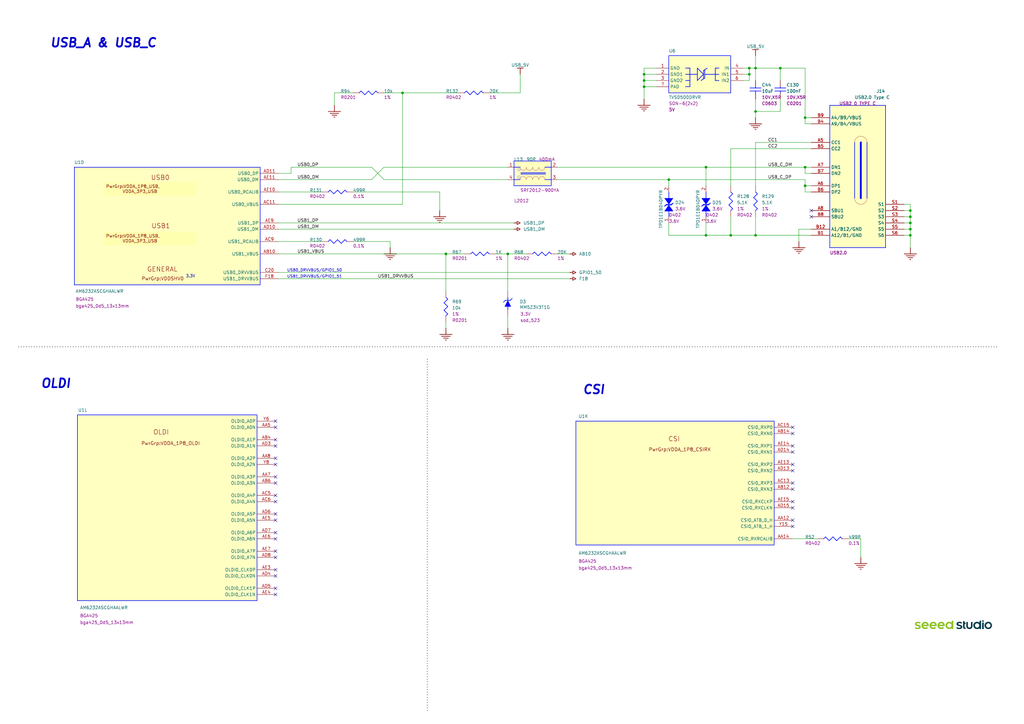
<source format=kicad_sch>
(kicad_sch (version 20250114) (generator "eeschema") (generator_version "9.0")
  (paper "User" 419.989 297.002)
  (text "USB_A & USB_C" (at 20.32 19.812 0) (effects (font (size 3.556 3.556) (thickness 0.7112) (bold yes) (italic yes)) (justify left bottom)))
  (text "OLDI" (at 16.51 159.512 0) (effects (font (size 3.556 3.556) (thickness 0.7112) (bold yes) (italic yes)) (justify left bottom)))
  (text "3.3V" (at 76.2 114.046 0) (effects (font (size 1.143 1.143)) (justify left bottom)))
  (text "CSI" (at 238.76 162.052 0) (effects (font (size 3.556 3.556) (thickness 0.7112) (bold yes) (italic yes)) (justify left bottom)))
  (text_box "USB1_DRVVBUS/GPIO1_51\n" (at 144.018 114.046 0) (size -27.178 -2.286) (margins 0.8572 0.8572 0.8572 0.8572) (stroke (width -0.0001) (color 0 0 0 1)) (effects (font (size 1.143 1.143)) (justify left top)))
  (text_box "USB0_DRVVBUS/GPIO1_50\n" (at 144.018 111.506 0) (size -27.178 -2.286) (margins 0.8572 0.8572 0.8572 0.8572) (stroke (width -0.0001) (color 0 0 0 1)) (effects (font (size 1.143 1.143)) (justify left top)))
  (junction (at 264.16 35.56))
  (junction (at 373.38 86.36))
  (junction (at 299.72 96.52))
  (junction (at 373.38 88.9))
  (junction (at 264.16 30.48))
  (junction (at 289.56 96.52))
  (junction (at 373.38 93.98))
  (junction (at 373.38 91.44))
  (junction (at 307.34 30.48))
  (junction (at 182.88 104.14))
  (junction (at 264.16 33.02))
  (junction (at 309.88 96.52))
  (junction (at 330.2 76.2))
  (junction (at 373.38 96.52))
  (junction (at 320.04 27.94))
  (junction (at 165.1 38.1))
  (junction (at 208.28 104.14))
  (junction (at 309.88 45.72))
  (junction (at 309.88 27.94))
  (junction (at 289.56 68.58))
  (junction (at 330.2 68.58))
  (junction (at 307.34 27.94))
  (junction (at 274.32 73.66))
  (junction (at 330.2 48.26))
  (no_connect (at 325.12 213.36))
  (no_connect (at 325.12 193.04))
  (no_connect (at 325.12 185.42))
  (no_connect (at 325.12 190.5))
  (no_connect (at 113.03 180.34))
  (no_connect (at 325.12 175.26))
  (no_connect (at 113.03 172.72))
  (no_connect (at 113.03 243.84))
  (no_connect (at 332.74 88.9))
  (no_connect (at 113.03 233.68))
  (no_connect (at 113.03 213.36))
  (no_connect (at 325.12 215.9))
  (no_connect (at 325.12 182.88))
  (no_connect (at 325.12 198.12))
  (no_connect (at 325.12 200.66))
  (no_connect (at 113.03 205.74))
  (no_connect (at 113.03 210.82))
  (no_connect (at 113.03 175.26))
  (no_connect (at 332.74 86.36))
  (no_connect (at 113.03 198.12))
  (no_connect (at 113.03 226.06))
  (no_connect (at 113.03 182.88))
  (no_connect (at 113.03 203.2))
  (no_connect (at 325.12 205.74))
  (no_connect (at 113.03 241.3))
  (no_connect (at 113.03 220.98))
  (no_connect (at 113.03 187.96))
  (no_connect (at 113.03 218.44))
  (no_connect (at 325.12 177.8))
  (no_connect (at 113.03 195.58))
  (no_connect (at 113.03 190.5))
  (no_connect (at 113.03 236.22))
  (no_connect (at 113.03 228.6))
  (no_connect (at 325.12 208.28))
  (wire (pts (xy 264.16 35.56) (xy 264.16 40.64)))
  (wire (pts (xy 373.38 86.36) (xy 373.38 83.82)))
  (wire (pts (xy 309.88 58.42) (xy 332.74 58.42)))
  (wire (pts (xy 213.36 38.1) (xy 213.36 30.48)))
  (wire (pts (xy 274.32 76.2) (xy 274.32 73.66)))
  (wire (pts (xy 332.74 71.12) (xy 330.2 71.12)))
  (wire (pts (xy 182.88 119.38) (xy 182.88 104.14)))
  (wire (pts (xy 228.6 73.66) (xy 274.32 73.66)))
  (polyline (pts (xy 7.62 142.24) (xy 408.94 142.24)) (stroke (width 0.254) (type dot) (color 0 0 0 1)))
  (wire (pts (xy 307.34 27.94) (xy 309.88 27.94)))
  (wire (pts (xy 132.08 78.74) (xy 114.3 78.74)))
  (wire (pts (xy 353.06 220.98) (xy 347.98 220.98)))
  (wire (pts (xy 307.34 33.02) (xy 307.34 30.48)))
  (wire (pts (xy 208.28 68.58) (xy 157.48 68.58)))
  (wire (pts (xy 274.32 73.66) (xy 330.2 73.66)))
  (wire (pts (xy 309.88 45.72) (xy 309.88 40.64)))
  (wire (pts (xy 203.2 104.14) (xy 208.28 104.14)))
  (wire (pts (xy 320.04 27.94) (xy 330.2 27.94)))
  (wire (pts (xy 157.48 68.58) (xy 152.4 73.66)))
  (wire (pts (xy 373.38 88.9) (xy 373.38 86.36)))
  (wire (pts (xy 373.38 101.6) (xy 373.38 96.52)))
  (wire (pts (xy 330.2 68.58) (xy 332.74 68.58)))
  (wire (pts (xy 373.38 96.52) (xy 370.84 96.52)))
  (wire (pts (xy 180.34 78.74) (xy 180.34 86.36)))
  (wire (pts (xy 299.72 76.2) (xy 299.72 60.96)))
  (wire (pts (xy 299.72 96.52) (xy 289.56 96.52)))
  (wire (pts (xy 114.3 114.3) (xy 233.68 114.3)))
  (wire (pts (xy 330.2 50.8) (xy 332.74 50.8)))
  (wire (pts (xy 332.74 48.26) (xy 330.2 48.26)))
  (wire (pts (xy 132.08 99.06) (xy 114.3 99.06)))
  (wire (pts (xy 307.34 30.48) (xy 307.34 27.94)))
  (wire (pts (xy 373.38 88.9) (xy 370.84 88.9)))
  (wire (pts (xy 152.4 73.66) (xy 114.3 73.66)))
  (wire (pts (xy 332.74 93.98) (xy 327.66 93.98)))
  (wire (pts (xy 289.56 96.52) (xy 274.32 96.52)))
  (wire (pts (xy 353.06 228.6) (xy 353.06 220.98)))
  (wire (pts (xy 330.2 27.94) (xy 330.2 48.26)))
  (wire (pts (xy 309.88 45.72) (xy 320.04 45.72)))
  (wire (pts (xy 320.04 45.72) (xy 320.04 40.64)))
  (wire (pts (xy 210.82 93.98) (xy 114.3 93.98)))
  (wire (pts (xy 152.4 68.58) (xy 119.38 68.58)))
  (wire (pts (xy 208.28 104.14) (xy 215.9 104.14)))
  (wire (pts (xy 373.38 91.44) (xy 373.38 88.9)))
  (wire (pts (xy 304.8 33.02) (xy 307.34 33.02)))
  (wire (pts (xy 299.72 60.96) (xy 332.74 60.96)))
  (wire (pts (xy 309.88 27.94) (xy 309.88 22.86)))
  (wire (pts (xy 208.28 129.54) (xy 208.28 134.62)))
  (wire (pts (xy 182.88 134.62) (xy 182.88 132.08)))
  (wire (pts (xy 330.2 48.26) (xy 330.2 50.8)))
  (wire (pts (xy 327.66 93.98) (xy 327.66 99.06)))
  (wire (pts (xy 264.16 27.94) (xy 264.16 30.48)))
  (wire (pts (xy 165.1 83.82) (xy 114.3 83.82)))
  (wire (pts (xy 114.3 91.44) (xy 210.82 91.44)))
  (wire (pts (xy 373.38 91.44) (xy 370.84 91.44)))
  (wire (pts (xy 269.24 35.56) (xy 264.16 35.56)))
  (wire (pts (xy 157.48 38.1) (xy 165.1 38.1)))
  (wire (pts (xy 119.38 71.12) (xy 114.3 71.12)))
  (wire (pts (xy 289.56 76.2) (xy 289.56 68.58)))
  (wire (pts (xy 332.74 76.2) (xy 330.2 76.2)))
  (wire (pts (xy 137.16 38.1) (xy 137.16 43.18)))
  (wire (pts (xy 119.38 68.58) (xy 119.38 71.12)))
  (wire (pts (xy 309.88 27.94) (xy 320.04 27.94)))
  (wire (pts (xy 320.04 33.02) (xy 320.04 27.94)))
  (wire (pts (xy 264.16 30.48) (xy 264.16 33.02)))
  (wire (pts (xy 330.2 78.74) (xy 332.74 78.74)))
  (wire (pts (xy 228.6 104.14) (xy 233.68 104.14)))
  (wire (pts (xy 157.48 73.66) (xy 152.4 68.58)))
  (wire (pts (xy 309.88 48.26) (xy 309.88 45.72)))
  (wire (pts (xy 304.8 27.94) (xy 307.34 27.94)))
  (wire (pts (xy 373.38 86.36) (xy 370.84 86.36)))
  (wire (pts (xy 160.02 99.06) (xy 160.02 101.6)))
  (wire (pts (xy 335.28 220.98) (xy 325.12 220.98)))
  (wire (pts (xy 289.56 68.58) (xy 330.2 68.58)))
  (wire (pts (xy 114.3 104.14) (xy 182.88 104.14)))
  (wire (pts (xy 144.78 38.1) (xy 137.16 38.1)))
  (wire (pts (xy 200.66 38.1) (xy 213.36 38.1)))
  (wire (pts (xy 309.88 96.52) (xy 309.88 88.9)))
  (polyline (pts (xy 175.26 147.32) (xy 175.26 292.1)) (stroke (width 0.254) (type dot) (color 0 0 0 1)))
  (wire (pts (xy 269.24 27.94) (xy 264.16 27.94)))
  (wire (pts (xy 309.88 76.2) (xy 309.88 58.42)))
  (wire (pts (xy 373.38 96.52) (xy 373.38 93.98)))
  (wire (pts (xy 304.8 30.48) (xy 307.34 30.48)))
  (wire (pts (xy 373.38 93.98) (xy 373.38 91.44)))
  (wire (pts (xy 373.38 93.98) (xy 370.84 93.98)))
  (wire (pts (xy 144.78 99.06) (xy 160.02 99.06)))
  (wire (pts (xy 208.28 73.66) (xy 157.48 73.66)))
  (wire (pts (xy 309.88 96.52) (xy 299.72 96.52)))
  (wire (pts (xy 289.56 96.52) (xy 289.56 91.44)))
  (wire (pts (xy 208.28 119.38) (xy 208.28 104.14)))
  (wire (pts (xy 228.6 68.58) (xy 289.56 68.58)))
  (wire (pts (xy 330.2 71.12) (xy 330.2 68.58)))
  (wire (pts (xy 182.88 104.14) (xy 190.5 104.14)))
  (wire (pts (xy 309.88 33.02) (xy 309.88 27.94)))
  (wire (pts (xy 269.24 30.48) (xy 264.16 30.48)))
  (wire (pts (xy 330.2 73.66) (xy 330.2 76.2)))
  (wire (pts (xy 373.38 83.82) (xy 370.84 83.82)))
  (wire (pts (xy 264.16 33.02) (xy 264.16 35.56)))
  (wire (pts (xy 165.1 38.1) (xy 165.1 83.82)))
  (wire (pts (xy 274.32 96.52) (xy 274.32 91.44)))
  (wire (pts (xy 114.3 111.76) (xy 233.68 111.76)))
  (wire (pts (xy 332.74 96.52) (xy 309.88 96.52)))
  (wire (pts (xy 299.72 96.52) (xy 299.72 88.9)))
  (wire (pts (xy 165.1 38.1) (xy 187.96 38.1)))
  (wire (pts (xy 330.2 76.2) (xy 330.2 78.74)))
  (wire (pts (xy 269.24 33.02) (xy 264.16 33.02)))
  (wire (pts (xy 144.78 78.74) (xy 180.34 78.74)))
  (image (at 390.9945 256.413) (scale 0.481127))
  (label "CC2" (at 314.96 60.96 0))
  (label "USB1_DP" (at 121.92 91.44 0))
  (label "CC1" (at 314.96 58.42 0))
  (label "USB1_DRVVBUS" (at 154.94 114.3 0))
  (label "USB0_DP" (at 121.92 68.58 0))
  (label "USB1_VBUS" (at 121.92 104.14 0))
  (label "USB_C_DP" (at 314.96 73.66 0))
  (label "USB0_DM" (at 121.92 73.66 0))
  (label "USB1_DM" (at 121.92 93.98 0))
  (label "USB_C_DM" (at 314.96 68.58 0))
  (symbol (lib_id "pocketbeagle2-kicad-altium-import:root_0_mirrored_USB2.0_Type C_16+6P#1") (at 363.22 43.18 0) (unit 1)
    (property "Reference" "J14" (at 359.41 38.1 0) (effects (justify left bottom)))
    (property "Value" "USB2.0 Type C" (at 350.52 40.64 0) (effects (justify left bottom)))
    (property "Footprint" "USB2_0_TYPE_C" (effects (hide yes)))
    (property "Description" "SMD USB TYPE C-W/P;12+4P-8.94*7.35*3.26mm" (effects (hide yes)))
    (property "PCB FOOTPRINT" "USB2_0_TYPE_C" (at 344.17 43.18 0) (effects (justify left bottom)))
    (property "RATING" "USB2.0" (at 340.36 104.394 0) (effects (justify left bottom)))
    (property "MANUFACTURER PART NUMBER" "USB-31C-F-16P-L7.35" (effects (hide yes)))
    (property "TEMPERATURE" "-30¡ãC to 85¡ãC" (effects (hide yes)))
    (property "PN" "320011358" (effects (hide yes)))
    (property "PACKAGE SIZE" "8.94 x 7.55 mm" (effects (hide yes)))
    (property "CONTACT VOLTAGE" "30 V" (effects (hide yes)))
    (property "CLASS" "IO" (effects (hide yes)))
    (property "MANUFACTURER" "JinBeiLi Electrical" (effects (hide yes)))
    (property "STATUS" "Alternative" (effects (hide yes)))
  )
  (symbol (lib_id "pocketbeagle2-kicad-altium-import:root_0_R_0") (at 307.34 78.74 0) (unit 1)
    (property "Reference" "R129" (at 312.42 81.28 0) (effects (justify left bottom)))
    (property "Value" "5.1K" (at 312.42 83.82 0) (effects (justify left bottom)))
    (property "Footprint" "R0402" (effects (hide yes)))
    (property "Description" "SMD RES;5.1K-1%-1/16W;0402" (effects (hide yes)))
    (property "RATING" "1%" (at 312.42 86.36 0) (effects (justify left bottom)))
    (property "PCB FOOTPRINT" "R0402" (at 312.42 88.9 0) (effects (justify left bottom)))
    (property "MANUFACTURER PART NUMBER" "RC0402FR-075K1L" (effects (hide yes)))
    (property "TEMPERATURE" "-55¡ãC to 155¡ãC" (effects (hide yes)))
    (property "PN" "301010495" (effects (hide yes)))
    (property "PACKAGE SIZE" "0402" (effects (hide yes)))
    (property "COMPANY PART STATUS" "Geni" (effects (hide yes)))
    (property "RATED POWER" "1/16W" (effects (hide yes)))
    (property "CLASS" "DISCRETE" (effects (hide yes)))
    (property "MANUFACTURER" "YAGEO" (effects (hide yes)))
    (property "STATUS" "Geni" (effects (hide yes)))
  )
  (symbol (lib_id "pocketbeagle2-kicad-altium-import:root_0_R_0") (at 180.34 121.92 0) (unit 1)
    (property "Reference" "R69" (at 185.42 124.46 0) (effects (justify left bottom)))
    (property "Value" "10k" (at 185.42 127 0) (effects (justify left bottom)))
    (property "Footprint" "R0201" (effects (hide yes)))
    (property "Description" "SMD RES 10K-¡À1%-1/20W;0201" (effects (hide yes)))
    (property "RATING" "1%" (at 185.42 129.54 0) (effects (justify left bottom)))
    (property "PCB FOOTPRINT" "R0201" (at 185.42 132.08 0) (effects (justify left bottom)))
    (property "PN" "301010526" (effects (hide yes)))
    (property "TEMPERATURE" "-55¡ãC to 125¡ãC" (effects (hide yes)))
    (property "PACKAGE SIZE" "0201" (effects (hide yes)))
    (property "MANUFACTURER" "YAGEO" (effects (hide yes)))
    (property "MANUFACTURER PART NUMBER" "RC0201FR-0710KL" (effects (hide yes)))
    (property "STATUS" "BeagleBone AI TDA4VM" (effects (hide yes)))
  )
  (symbol (lib_id "pocketbeagle2-kicad-altium-import:root_0_CL") (at 210.82 66.04 0) (unit 1)
    (property "Reference" "L13" (at 210.82 66.04 0) (effects (justify left bottom)))
    (property "Value" "90R" (at 215.9 66.04 0) (effects (justify left bottom)))
    (property "Footprint" "L2012" (effects (hide yes)))
    (property "Description" "SMD Common Mode Filter 90R-400mA;4P-L2.0*W1.2*H1.4m" (effects (hide yes)))
    (property "RATING" "400mA" (at 220.98 66.04 0) (effects (justify left bottom)))
    (property "PCB FOOTPRINT" "L2012" (at 210.82 83.058 0) (effects (justify left bottom)))
    (property "MANUFACTURER PART NUMBER" "SRF2012-900YA" (at 213.36 78.74 0) (effects (justify left bottom)))
    (property "PRIORITY" "A" (effects (hide yes)))
    (property "TEMPERATURE" "-40¡ãC to 125¡ãC" (effects (hide yes)))
    (property "STATUS" "BeagleBone Carrier Board" (effects (hide yes)))
    (property "PART TYPE" "Common Mode Filter" (effects (hide yes)))
    (property "MANUFACTURER" "Bourns" (effects (hide yes)))
    (property "PN" "303050063" (effects (hide yes)))
    (property "PACKAGE SIZE" "2.0x1.2 mm" (effects (hide yes)))
    (property "COMPANY PART STATUS" "BeagleBone Carrier Board" (effects (hide yes)))
    (property "CLASS" "DISCRETE" (effects (hide yes)))
  )
  (symbol (lib_id "pocketbeagle2-kicad-altium-import:root_0_R_1") (at 193.04 101.6 0) (unit 1)
    (property "Reference" "R67" (at 185.42 104.14 0) (effects (justify left bottom)))
    (property "Value" "1K" (at 203.2 104.14 0) (effects (justify left bottom)))
    (property "Footprint" "R0201" (effects (hide yes)))
    (property "Description" "SMD RES 1K-¡À1%-1/20W;0201" (effects (hide yes)))
    (property "RATING" "1%" (at 203.2 106.68 0) (effects (justify left bottom)))
    (property "PCB FOOTPRINT" "R0201" (at 185.42 106.68 0) (effects (justify left bottom)))
    (property "MANUFACTURER PART NUMBER" "RC0201FR-071KL" (effects (hide yes)))
    (property "TEMPERATURE" "-55¡ãC to 125¡ãC" (effects (hide yes)))
    (property "PN" "301010523" (effects (hide yes)))
    (property "PACKAGE SIZE" "0201" (effects (hide yes)))
    (property "COMPANY PART STATUS" "RV PI" (effects (hide yes)))
    (property "CLASS" "DISCRETE" (effects (hide yes)))
    (property "MANUFACTURER" "YAGEO" (effects (hide yes)))
    (property "RATED POWER" "1/20W" (effects (hide yes)))
    (property "STATUS" "ST" (effects (hide yes)))
  )
  (symbol (lib_id "pocketbeagle2-kicad-altium-import:root_0_mirrored_AM62x_BGA425") (at 317.5 172.72 0) (unit 11)
    (property "Reference" "U1" (at 237.236 171.45 0) (effects (justify left bottom)))
    (property "Value" "AM6232ASCGHAALWR" (at 237.236 227.584 0) (effects (justify left bottom)))
    (property "Footprint" "bga425_0d5_13x13mm" (effects (hide yes)))
    (property "Description" "SMD IC MPU;AM6232 Sitara Processor;BGA425" (effects (hide yes)))
    (property "PCB FOOTPRINT" "bga425_0d5_13x13mm" (at 237.236 233.68 0) (effects (justify left bottom)))
    (property "STATUS" "BeaglePlay" (effects (hide yes)))
    (property "MANUFACTURER" "TI" (effects (hide yes)))
    (property "CLASS" "IC" (effects (hide yes)))
    (property "COMPANY PART STATUS" "BeaglePlay" (effects (hide yes)))
    (property "PACKAGE SIZE" "BGA425" (at 237.236 230.886 0) (effects (justify left bottom)))
    (property "PN" "310011877" (effects (hide yes)))
    (property "TEMPERATURE" "-40¡ãC to 105¡ãC" (effects (hide yes)))
    (property "MANUFACTURER PART NUMBER" "AM6232ASCGHAALWR" (effects (hide yes)))
  )
  (symbol (lib_id "pocketbeagle2-kicad-altium-import:root_0_mirrored_TVS0500DRVR") (at 299.72 22.86 0) (unit 1)
    (property "Reference" "U6" (at 274.32 21.59 0) (effects (justify left bottom)))
    (property "Value" "TVS0500DRVR" (at 274.32 40.64 0) (effects (justify left bottom)))
    (property "Footprint" "WSON6_0d65_2x2x0_8mm" (effects (hide yes)))
    (property "Description" "SMD Diode TVS 5V;SON-6(2x2mm)" (effects (hide yes)))
    (property "PCB FOOTPRINT" "WSON6_0d65_2x2x0_8mm" (effects (hide yes)))
    (property "MANUFACTURER" "TI" (effects (hide yes)))
    (property "CLASS" "DISCRETE" (effects (hide yes)))
    (property "RATED VOLTAGE" "5V" (at 274.32 45.72 0) (effects (justify left bottom)))
    (property "COMPANY PART STATUS" "BeaglePlay" (effects (hide yes)))
    (property "PACKAGE SIZE" "SON-6(2x2)" (at 274.32 43.18 0) (effects (justify left bottom)))
    (property "PN" "304051039" (effects (hide yes)))
    (property "TEMPERATURE" "-40¡ãC to 125¡ãC" (effects (hide yes)))
    (property "RATING" "5V" (at 274.32 45.72 0) (effects (justify left bottom)))
    (property "MANUFACTURER PART NUMBER" "TVS0500DRVR" (effects (hide yes)))
    (property "STATUS" "BeaglePlay" (effects (hide yes)))
  )
  (symbol (lib_id "pocketbeagle2-kicad-altium-import:root_0_mirrored_AM62x_BGA425") (at 105.41 170.18 0) (unit 12)
    (property "Reference" "U1" (at 32.004 168.91 0) (effects (justify left bottom)))
    (property "Value" "AM6232ASCGHAALWR" (at 32.766 249.936 0) (effects (justify left bottom)))
    (property "Footprint" "bga425_0d5_13x13mm" (effects (hide yes)))
    (property "Description" "SMD IC MPU;AM6232 Sitara Processor;BGA425" (effects (hide yes)))
    (property "PCB FOOTPRINT" "bga425_0d5_13x13mm" (at 32.766 256.032 0) (effects (justify left bottom)))
    (property "STATUS" "BeaglePlay" (effects (hide yes)))
    (property "MANUFACTURER" "TI" (effects (hide yes)))
    (property "CLASS" "IC" (effects (hide yes)))
    (property "COMPANY PART STATUS" "BeaglePlay" (effects (hide yes)))
    (property "PACKAGE SIZE" "BGA425" (at 32.766 253.238 0) (effects (justify left bottom)))
    (property "PN" "310011877" (effects (hide yes)))
    (property "TEMPERATURE" "-40¡ãC to 105¡ãC" (effects (hide yes)))
    (property "MANUFACTURER PART NUMBER" "AM6232ASCGHAALWR" (effects (hide yes)))
  )
  (symbol (lib_id "pocketbeagle2-kicad-altium-import:AB10_ARROW") (at 233.68 104.14 90) (unit 1)
    (property "Reference" "#PWR?" (effects (hide yes)))
    (property "Value" "AB10" (at 237.49 104.14 90) (effects (justify right)))
  )
  (symbol (lib_id "pocketbeagle2-kicad-altium-import:root_0_R_1") (at 337.82 218.44 0) (unit 1)
    (property "Reference" "R52" (at 330.2 220.98 0) (effects (justify left bottom)))
    (property "Value" "499R" (at 347.98 220.98 0) (effects (justify left bottom)))
    (property "Footprint" "R0402" (effects (hide yes)))
    (property "Description" "SMD RES 499R-0.1%-1/16W;0402" (effects (hide yes)))
    (property "RATING" "0.1%" (at 347.98 223.52 0) (effects (justify left bottom)))
    (property "PCB FOOTPRINT" "R0402" (at 330.2 223.52 0) (effects (justify left bottom)))
    (property "MANUFACTURER PART NUMBER" "RT0402BRE07499RL" (effects (hide yes)))
    (property "TEMPERATURE" "-55¡ãC to 155¡ãC" (effects (hide yes)))
    (property "MANUFACTURER" "YAGEO" (effects (hide yes)))
    (property "CLASS" "DISCRETE" (effects (hide yes)))
    (property "RATED POWER" "1/16W" (effects (hide yes)))
    (property "COMPANY PART STATUS" "Beaglebone LoRa Gateway" (effects (hide yes)))
    (property "PACKAGE SIZE" "0402" (effects (hide yes)))
    (property "PN" "301010848" (effects (hide yes)))
    (property "STATUS" "Beaglebone LoRa Gateway" (effects (hide yes)))
  )
  (symbol (lib_id "pocketbeagle2-kicad-altium-import:F18_ARROW") (at 233.68 114.3 90) (unit 1)
    (property "Reference" "#PWR?" (effects (hide yes)))
    (property "Value" "F18" (at 237.49 114.3 90) (effects (justify right)))
  )
  (symbol (lib_id "pocketbeagle2-kicad-altium-import:GND_POWER_GROUND") (at 208.28 134.62 0) (unit 1)
    (property "Reference" "#PWR?" (effects (hide yes)))
    (property "Value" "GND" (effects (hide yes)))
  )
  (symbol (lib_id "pocketbeagle2-kicad-altium-import:root_0_R_1") (at 134.62 76.2 0) (unit 1)
    (property "Reference" "R131" (at 127 78.74 0) (effects (justify left bottom)))
    (property "Value" "499R" (at 144.78 78.74 0) (effects (justify left bottom)))
    (property "Footprint" "R0402" (effects (hide yes)))
    (property "Description" "SMD RES 499R-0.1%-1/16W;0402" (effects (hide yes)))
    (property "RATING" "0.1%" (at 144.78 81.28 0) (effects (justify left bottom)))
    (property "PCB FOOTPRINT" "R0402" (at 127 81.28 0) (effects (justify left bottom)))
    (property "MANUFACTURER PART NUMBER" "RT0402BRE07499RL" (effects (hide yes)))
    (property "TEMPERATURE" "-55¡ãC to 155¡ãC" (effects (hide yes)))
    (property "MANUFACTURER" "YAGEO" (effects (hide yes)))
    (property "CLASS" "DISCRETE" (effects (hide yes)))
    (property "RATED POWER" "1/16W" (effects (hide yes)))
    (property "COMPANY PART STATUS" "Beaglebone LoRa Gateway" (effects (hide yes)))
    (property "PACKAGE SIZE" "0402" (effects (hide yes)))
    (property "PN" "301010848" (effects (hide yes)))
    (property "STATUS" "Beaglebone LoRa Gateway" (effects (hide yes)))
  )
  (symbol (lib_id "pocketbeagle2-kicad-altium-import:GND_POWER_GROUND") (at 182.88 134.62 0) (unit 1)
    (property "Reference" "#PWR?" (effects (hide yes)))
    (property "Value" "GND" (effects (hide yes)))
  )
  (symbol (lib_id "pocketbeagle2-kicad-altium-import:USB_5V_BAR") (at 309.88 22.86 180) (unit 1)
    (property "Reference" "#PWR?" (effects (hide yes)))
    (property "Value" "USB_5V" (at 309.88 19.05 0))
  )
  (symbol (lib_id "pocketbeagle2-kicad-altium-import:USB_5V_BAR") (at 213.36 30.48 180) (unit 1)
    (property "Reference" "#PWR?" (effects (hide yes)))
    (property "Value" "USB_5V" (at 213.36 26.67 0))
  )
  (symbol (lib_id "pocketbeagle2-kicad-altium-import:root_0_R_1") (at 190.5 35.56 0) (unit 1)
    (property "Reference" "R132" (at 182.88 38.1 0) (effects (justify left bottom)))
    (property "Value" "20K" (at 200.66 38.1 0) (effects (justify left bottom)))
    (property "Footprint" "R0402" (effects (hide yes)))
    (property "Description" "SMD RES 20K-1%-1/16W;0402" (effects (hide yes)))
    (property "RATING" "1%" (at 200.66 40.64 0) (effects (justify left bottom)))
    (property "PCB FOOTPRINT" "R0402" (at 182.88 40.64 0) (effects (justify left bottom)))
    (property "MANUFACTURER PART NUMBER" "RC0402FR-0720KL" (effects (hide yes)))
    (property "TEMPERATURE" "-55¡ãC to 155¡ãC" (effects (hide yes)))
    (property "PN" "301010072" (effects (hide yes)))
    (property "PACKAGE SIZE" "0402" (effects (hide yes)))
    (property "COMPANY PART STATUS" "Grove Base Cape for PocketBeagle" (effects (hide yes)))
    (property "RATED POWER" "1/16W" (effects (hide yes)))
    (property "CLASS" "DISCRETE" (effects (hide yes)))
    (property "MANUFACTURER" "YAGEO" (effects (hide yes)))
    (property "STATUS" "Grove Base Cape for PocketBeagle" (effects (hide yes)))
  )
  (symbol (lib_id "pocketbeagle2-kicad-altium-import:GND_POWER_GROUND") (at 264.16 40.64 0) (unit 1)
    (property "Reference" "#PWR?" (effects (hide yes)))
    (property "Value" "GND" (effects (hide yes)))
  )
  (symbol (lib_id "pocketbeagle2-kicad-altium-import:root_0_DIODE TVS BI-DIR") (at 287.02 78.74 0) (unit 1)
    (property "Reference" "D25" (at 292.1 83.82 0) (effects (justify left bottom)))
    (property "Value" "TPD1E1B04DPYR" (at 287.02 93.726 90) (effects (justify left bottom)))
    (property "Footprint" "D0402" (effects (hide yes)))
    (property "Description" "SMD TVS DIODE 3.6V-6.4V-1pF;X1SON(2)" (effects (hide yes)))
    (property "RATING" "3.6V" (at 292.1 86.36 0) (effects (justify left bottom)))
    (property "PCB FOOTPRINT" "D0402" (effects (hide yes)))
    (property "PN" "304050798" (effects (hide yes)))
    (property "MANUFACTURER" "TI" (effects (hide yes)))
    (property "MANUFACTURER PART NUMBER" "TPD1E1B04DPYR" (effects (hide yes)))
    (property "PART TYPE" "ESD" (effects (hide yes)))
    (property "STATUS" "Grove Base Cape for PocketBeagle" (effects (hide yes)))
    (property "TEMPERATURE" "-40¡ãC to 125¡ãC" (effects (hide yes)))
    (property "PACKAGE SIZE" "0402" (at 289.56 88.9 0) (effects (justify left bottom)))
    (property "COMPANY PART STATUS" "Grove Base Cape for PocketBeagle" (effects (hide yes)))
    (property "RATED VOLTAGE" "3.6V" (at 289.56 91.44 0) (effects (justify left bottom)))
    (property "CLASS" "DISCRETE" (effects (hide yes)))
  )
  (symbol (lib_id "pocketbeagle2-kicad-altium-import:USB1_DM_ARROW") (at 210.82 93.98 90) (unit 1)
    (property "Reference" "#PWR?" (effects (hide yes)))
    (property "Value" "USB1_DM" (at 214.63 93.98 90) (effects (justify right)))
  )
  (symbol (lib_id "pocketbeagle2-kicad-altium-import:GND_POWER_GROUND") (at 180.34 86.36 0) (unit 1)
    (property "Reference" "#PWR?" (effects (hide yes)))
    (property "Value" "GND" (effects (hide yes)))
  )
  (symbol (lib_id "pocketbeagle2-kicad-altium-import:root_0_CC_0") (at 317.5 35.56 0) (unit 1)
    (property "Reference" "C130" (at 322.58 35.56 0) (effects (justify left bottom)))
    (property "Value" "100nF" (at 322.58 38.1 0) (effects (justify left bottom)))
    (property "Footprint" "C0201" (effects (hide yes)))
    (property "Description" "SMD CAP Ceramic 100nF-10V-10%-X5R;0201" (effects (hide yes)))
    (property "RATING" "10V,X5R" (at 322.58 40.64 0) (effects (justify left bottom)))
    (property "PCB FOOTPRINT" "C0201" (at 322.58 43.18 0) (effects (justify left bottom)))
    (property "MANUFACTURER PART NUMBER" "CC0201KRX5R6BB104" (effects (hide yes)))
    (property "TEMPERATURE" "-55¡ãC to 85¡ãC" (effects (hide yes)))
    (property "PN" "302010271" (effects (hide yes)))
    (property "PACKAGE SIZE" "0201" (effects (hide yes)))
    (property "COMPANY PART STATUS" "ODYSSEY-i.MX8M" (effects (hide yes)))
    (property "DIELECTRIC TYPE" "Ceramic" (effects (hide yes)))
    (property "TEMPERATURE COEFFICIENT" "X5R" (effects (hide yes)))
    (property "TOLERANCE" "10%" (effects (hide yes)))
    (property "CLASS" "DISCRETE" (effects (hide yes)))
    (property "MANUFACTURER" "YAGEO" (effects (hide yes)))
    (property "STATUS" "ODYSSEY-i.MX8M" (effects (hide yes)))
  )
  (symbol (lib_id "pocketbeagle2-kicad-altium-import:USB1_DP_ARROW") (at 210.82 91.44 90) (unit 1)
    (property "Reference" "#PWR?" (effects (hide yes)))
    (property "Value" "USB1_DP" (at 214.63 91.44 90) (effects (justify right)))
  )
  (symbol (lib_id "pocketbeagle2-kicad-altium-import:root_0_D_zener_1") (at 205.74 121.92 0) (unit 1)
    (property "Reference" "D3" (at 213.106 124.46 0) (effects (justify left bottom)))
    (property "Value" "MM5Z3V3T1G" (at 213.106 126.746 0) (effects (justify left bottom)))
    (property "Footprint" "sod_523" (effects (hide yes)))
    (property "Description" "SMD Diode Zener 3.3V 500MW;SOD523" (effects (hide yes)))
    (property "RATING" "3.3V" (at 213.36 129.54 0) (effects (justify left bottom)))
    (property "PCB FOOTPRINT" "sod_523" (at 213.36 132.08 0) (effects (justify left bottom)))
    (property "PN" "304030448" (effects (hide yes)))
    (property "TEMPERATURE" "-65¡ãC to 150¡ãC" (effects (hide yes)))
    (property "PACKAGE SIZE" "SOD-523" (effects (hide yes)))
    (property "MANUFACTURER" "ON" (effects (hide yes)))
    (property "MANUFACTURER PART NUMBER" "MM5Z3V3T1G" (effects (hide yes)))
    (property "STATUS" "R2" (effects (hide yes)))
  )
  (symbol (lib_id "pocketbeagle2-kicad-altium-import:root_0_DIODE TVS BI-DIR") (at 271.78 78.74 0) (unit 1)
    (property "Reference" "D24" (at 276.86 83.82 0) (effects (justify left bottom)))
    (property "Value" "TPD1E1B04DPYR" (at 271.78 93.726 90) (effects (justify left bottom)))
    (property "Footprint" "D0402" (effects (hide yes)))
    (property "Description" "SMD TVS DIODE 3.6V-6.4V-1pF;X1SON(2)" (effects (hide yes)))
    (property "RATING" "3.6V" (at 276.86 86.36 0) (effects (justify left bottom)))
    (property "PCB FOOTPRINT" "D0402" (effects (hide yes)))
    (property "PN" "304050798" (effects (hide yes)))
    (property "MANUFACTURER" "TI" (effects (hide yes)))
    (property "MANUFACTURER PART NUMBER" "TPD1E1B04DPYR" (effects (hide yes)))
    (property "PART TYPE" "ESD" (effects (hide yes)))
    (property "STATUS" "Grove Base Cape for PocketBeagle" (effects (hide yes)))
    (property "TEMPERATURE" "-40¡ãC to 125¡ãC" (effects (hide yes)))
    (property "PACKAGE SIZE" "0402" (at 274.32 88.9 0) (effects (justify left bottom)))
    (property "COMPANY PART STATUS" "Grove Base Cape for PocketBeagle" (effects (hide yes)))
    (property "RATED VOLTAGE" "3.6V" (at 274.32 91.44 0) (effects (justify left bottom)))
    (property "CLASS" "DISCRETE" (effects (hide yes)))
  )
  (symbol (lib_id "pocketbeagle2-kicad-altium-import:GND_POWER_GROUND") (at 353.06 228.6 0) (unit 1)
    (property "Reference" "#PWR?" (effects (hide yes)))
    (property "Value" "GND" (effects (hide yes)))
  )
  (symbol (lib_id "pocketbeagle2-kicad-altium-import:GND_POWER_GROUND") (at 160.02 101.6 0) (unit 1)
    (property "Reference" "#PWR?" (effects (hide yes)))
    (property "Value" "GND" (effects (hide yes)))
  )
  (symbol (lib_id "pocketbeagle2-kicad-altium-import:GND_POWER_GROUND") (at 137.16 43.18 0) (unit 1)
    (property "Reference" "#PWR?" (effects (hide yes)))
    (property "Value" "GND" (effects (hide yes)))
  )
  (symbol (lib_id "pocketbeagle2-kicad-altium-import:root_0_R_1") (at 147.32 35.56 0) (unit 1)
    (property "Reference" "R94" (at 139.7 38.1 0) (effects (justify left bottom)))
    (property "Value" "10k" (at 157.48 38.1 0) (effects (justify left bottom)))
    (property "Footprint" "R0201" (effects (hide yes)))
    (property "Description" "SMD RES 10K-¡À1%-1/20W;0201" (effects (hide yes)))
    (property "RATING" "1%" (at 157.48 40.64 0) (effects (justify left bottom)))
    (property "PCB FOOTPRINT" "R0201" (at 139.7 40.64 0) (effects (justify left bottom)))
    (property "MANUFACTURER PART NUMBER" "RC0201FR-0710KL" (effects (hide yes)))
    (property "TEMPERATURE" "-55¡ãC to 125¡ãC" (effects (hide yes)))
    (property "PN" "301010526" (effects (hide yes)))
    (property "PACKAGE SIZE" "0201" (effects (hide yes)))
    (property "COMPANY PART STATUS" "RV PI" (effects (hide yes)))
    (property "CLASS" "DISCRETE" (effects (hide yes)))
    (property "MANUFACTURER" "YAGEO" (effects (hide yes)))
    (property "RATED POWER" "1/20W" (effects (hide yes)))
    (property "STATUS" "BeagleBone AI TDA4VM" (effects (hide yes)))
  )
  (symbol (lib_id "pocketbeagle2-kicad-altium-import:root_0_CC_0") (at 307.34 35.56 0) (unit 1)
    (property "Reference" "C44" (at 312.42 35.56 0) (effects (justify left bottom)))
    (property "Value" "10uF" (at 312.42 38.1 0) (effects (justify left bottom)))
    (property "Footprint" "C0603" (effects (hide yes)))
    (property "Description" "SMD CAP Ceramic 10uF-10V-10%-X5R;0603" (effects (hide yes)))
    (property "RATING" "10V,X5R" (at 312.42 40.64 0) (effects (justify left bottom)))
    (property "PCB FOOTPRINT" "C0603" (at 312.42 43.18 0) (effects (justify left bottom)))
    (property "MANUFACTURER PART NUMBER" "CL10A106KP8NNNC" (effects (hide yes)))
    (property "TEMPERATURE" "-55¡ãC to 85¡ãC" (effects (hide yes)))
    (property "MANUFACTURER" "SAMSUNG" (effects (hide yes)))
    (property "CLASS" "DISCRETE" (effects (hide yes)))
    (property "TOLERANCE" "10%" (effects (hide yes)))
    (property "TEMPERATURE COEFFICIENT" "X5R" (effects (hide yes)))
    (property "DIELECTRIC TYPE" "Ceramic" (effects (hide yes)))
    (property "COMPANY PART STATUS" "BeagleBone Carrier Board" (effects (hide yes)))
    (property "PACKAGE SIZE" "0603" (effects (hide yes)))
    (property "PN" "302013252" (effects (hide yes)))
    (property "STATUS" "BeagleV-Ahead" (effects (hide yes)))
  )
  (symbol (lib_id "pocketbeagle2-kicad-altium-import:root_0_R_1") (at 218.44 101.6 0) (unit 1)
    (property "Reference" "R68" (at 210.82 104.14 0) (effects (justify left bottom)))
    (property "Value" "20K" (at 228.6 104.14 0) (effects (justify left bottom)))
    (property "Footprint" "R0402" (effects (hide yes)))
    (property "Description" "SMD RES 20K-1%-1/16W;0402" (effects (hide yes)))
    (property "RATING" "1%" (at 228.6 106.68 0) (effects (justify left bottom)))
    (property "PCB FOOTPRINT" "R0402" (at 210.82 106.68 0) (effects (justify left bottom)))
    (property "MANUFACTURER PART NUMBER" "RC0402FR-0720KL" (effects (hide yes)))
    (property "TEMPERATURE" "-55¡ãC to 155¡ãC" (effects (hide yes)))
    (property "PN" "301010072" (effects (hide yes)))
    (property "PACKAGE SIZE" "0402" (effects (hide yes)))
    (property "COMPANY PART STATUS" "Grove Base Cape for PocketBeagle" (effects (hide yes)))
    (property "RATED POWER" "1/16W" (effects (hide yes)))
    (property "CLASS" "DISCRETE" (effects (hide yes)))
    (property "MANUFACTURER" "YAGEO" (effects (hide yes)))
    (property "STATUS" "Grove Base Cape for PocketBeagle" (effects (hide yes)))
  )
  (symbol (lib_id "pocketbeagle2-kicad-altium-import:GPIO1_50_ARROW") (at 233.68 111.76 90) (unit 1)
    (property "Reference" "#PWR?" (effects (hide yes)))
    (property "Value" "GPIO1_50" (at 237.49 111.76 90) (effects (justify right)))
  )
  (symbol (lib_id "pocketbeagle2-kicad-altium-import:GND_POWER_GROUND") (at 373.38 101.6 0) (unit 1)
    (property "Reference" "#PWR?" (effects (hide yes)))
    (property "Value" "GND" (effects (hide yes)))
  )
  (symbol (lib_id "pocketbeagle2-kicad-altium-import:root_0_R_1") (at 134.62 96.52 0) (unit 1)
    (property "Reference" "R130" (at 127 99.06 0) (effects (justify left bottom)))
    (property "Value" "499R" (at 144.78 99.06 0) (effects (justify left bottom)))
    (property "Footprint" "R0402" (effects (hide yes)))
    (property "Description" "SMD RES 499R-0.1%-1/16W;0402" (effects (hide yes)))
    (property "RATING" "0.1%" (at 144.78 101.6 0) (effects (justify left bottom)))
    (property "PCB FOOTPRINT" "R0402" (at 127 101.6 0) (effects (justify left bottom)))
    (property "MANUFACTURER PART NUMBER" "RT0402BRE07499RL" (effects (hide yes)))
    (property "TEMPERATURE" "-55¡ãC to 155¡ãC" (effects (hide yes)))
    (property "MANUFACTURER" "YAGEO" (effects (hide yes)))
    (property "CLASS" "DISCRETE" (effects (hide yes)))
    (property "RATED POWER" "1/16W" (effects (hide yes)))
    (property "COMPANY PART STATUS" "Beaglebone LoRa Gateway" (effects (hide yes)))
    (property "PACKAGE SIZE" "0402" (effects (hide yes)))
    (property "PN" "301010848" (effects (hide yes)))
    (property "STATUS" "Beaglebone LoRa Gateway" (effects (hide yes)))
  )
  (symbol (lib_id "pocketbeagle2-kicad-altium-import:root_0_R_0") (at 297.18 78.74 0) (unit 1)
    (property "Reference" "R128" (at 302.26 81.28 0) (effects (justify left bottom)))
    (property "Value" "5.1K" (at 302.26 83.82 0) (effects (justify left bottom)))
    (property "Footprint" "R0402" (effects (hide yes)))
    (property "Description" "SMD RES;5.1K-1%-1/16W;0402" (effects (hide yes)))
    (property "RATING" "1%" (at 302.26 86.36 0) (effects (justify left bottom)))
    (property "PCB FOOTPRINT" "R0402" (at 302.26 88.9 0) (effects (justify left bottom)))
    (property "MANUFACTURER PART NUMBER" "RC0402FR-075K1L" (effects (hide yes)))
    (property "TEMPERATURE" "-55¡ãC to 155¡ãC" (effects (hide yes)))
    (property "PN" "301010495" (effects (hide yes)))
    (property "PACKAGE SIZE" "0402" (effects (hide yes)))
    (property "COMPANY PART STATUS" "Geni" (effects (hide yes)))
    (property "RATED POWER" "1/16W" (effects (hide yes)))
    (property "CLASS" "DISCRETE" (effects (hide yes)))
    (property "MANUFACTURER" "YAGEO" (effects (hide yes)))
    (property "STATUS" "Geni" (effects (hide yes)))
  )
  (symbol (lib_id "pocketbeagle2-kicad-altium-import:root_0_mirrored_AM62x_BGA425") (at 106.68 68.58 0) (unit 4)
    (property "Reference" "U1" (at 30.48 67.31 0) (effects (justify left bottom)))
    (property "Value" "AM6232ASCGHAALWR" (at 30.988 120.142 0) (effects (justify left bottom)))
    (property "Footprint" "bga425_0d5_13x13mm" (effects (hide yes)))
    (property "Description" "SMD IC MPU;AM6232 Sitara Processor;BGA425" (effects (hide yes)))
    (property "PCB FOOTPRINT" "bga425_0d5_13x13mm" (at 30.988 126.238 0) (effects (justify left bottom)))
    (property "STATUS" "BeaglePlay" (effects (hide yes)))
    (property "PN" "310011877" (effects (hide yes)))
    (property "PACKAGE SIZE" "BGA425" (at 30.988 123.444 0) (effects (justify left bottom)))
    (property "COMPANY PART STATUS" "BeaglePlay" (effects (hide yes)))
    (property "CLASS" "IC" (effects (hide yes)))
    (property "MANUFACTURER" "TI" (effects (hide yes)))
    (property "TEMPERATURE" "-40¡ãC to 105¡ãC" (effects (hide yes)))
    (property "MANUFACTURER PART NUMBER" "AM6232ASCGHAALWR" (effects (hide yes)))
  )
  (symbol (lib_id "pocketbeagle2-kicad-altium-import:GND_POWER_GROUND") (at 327.66 99.06 0) (unit 1)
    (property "Reference" "#PWR?" (effects (hide yes)))
    (property "Value" "GND" (effects (hide yes)))
  )
  (symbol (lib_id "pocketbeagle2-kicad-altium-import:GND_POWER_GROUND") (at 309.88 48.26 0) (unit 1)
    (property "Reference" "#PWR?" (effects (hide yes)))
    (property "Value" "GND" (effects (hide yes)))
  )
)
</source>
